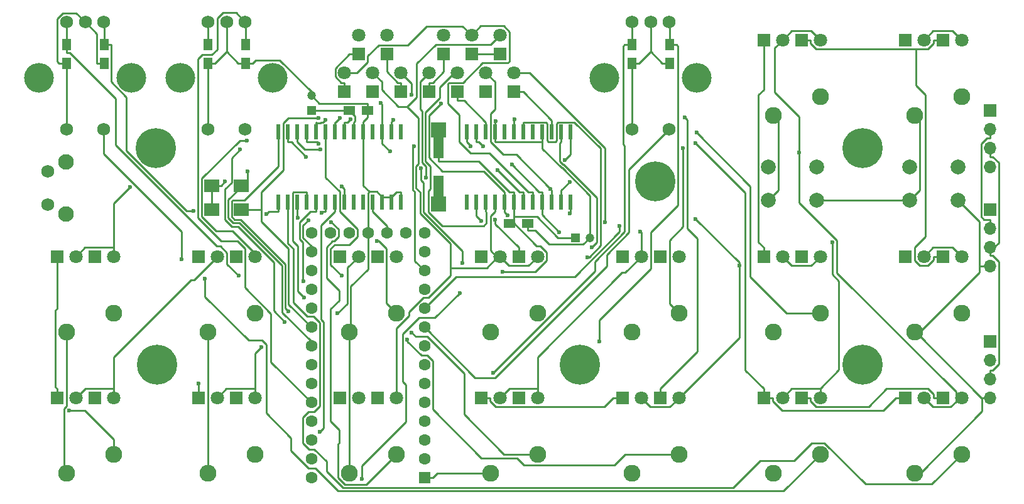
<source format=gbr>
G04 #@! TF.FileFunction,Copper,L2,Bot,Signal*
%FSLAX46Y46*%
G04 Gerber Fmt 4.6, Leading zero omitted, Abs format (unit mm)*
G04 Created by KiCad (PCBNEW 4.0.6+dfsg1-1) date Mon Mar  5 09:48:27 2018*
%MOMM*%
%LPD*%
G01*
G04 APERTURE LIST*
%ADD10C,0.100000*%
%ADD11C,1.600000*%
%ADD12R,1.600000X1.600000*%
%ADD13R,0.600000X2.000000*%
%ADD14C,2.286000*%
%ADD15R,1.200000X1.200000*%
%ADD16C,1.200000*%
%ADD17R,1.500000X1.250000*%
%ADD18R,1.250000X1.500000*%
%ADD19R,1.800000X1.800000*%
%ADD20C,1.800000*%
%ADD21R,2.000000X1.700000*%
%ADD22R,1.399540X2.999740*%
%ADD23R,1.998980X1.998980*%
%ADD24C,5.400000*%
%ADD25C,0.600000*%
%ADD26C,1.750000*%
%ADD27O,4.000000X4.000000*%
%ADD28C,2.000000*%
%ADD29C,2.100000*%
%ADD30R,1.700000X1.700000*%
%ADD31O,1.700000X1.700000*%
%ADD32C,0.250000*%
G04 APERTURE END LIST*
D10*
D11*
X132715000Y-53340000D03*
X130175000Y-53340000D03*
X127635000Y-53340000D03*
X125095000Y-53340000D03*
X135255000Y-53340000D03*
X137795000Y-53340000D03*
X140335000Y-53340000D03*
X125095000Y-55880000D03*
X125095000Y-58420000D03*
X125095000Y-60960000D03*
X125095000Y-63500000D03*
X125095000Y-66040000D03*
X125095000Y-68580000D03*
X125095000Y-71120000D03*
X125095000Y-73660000D03*
X125095000Y-76200000D03*
X125095000Y-78740000D03*
X125095000Y-81280000D03*
X125095000Y-83820000D03*
X125095000Y-86360000D03*
X140335000Y-55880000D03*
X140335000Y-58420000D03*
X140335000Y-60960000D03*
X140335000Y-63500000D03*
X140335000Y-66040000D03*
X140335000Y-68580000D03*
X140335000Y-71120000D03*
X140335000Y-73660000D03*
X140335000Y-76200000D03*
X140335000Y-78740000D03*
X140335000Y-81280000D03*
X140335000Y-83820000D03*
D12*
X140335000Y-86360000D03*
D13*
X146050000Y-39750000D03*
X147320000Y-39750000D03*
X148590000Y-39750000D03*
X149860000Y-39750000D03*
X151130000Y-39750000D03*
X152400000Y-39750000D03*
X153670000Y-39750000D03*
X154940000Y-39750000D03*
X156210000Y-39750000D03*
X157480000Y-39750000D03*
X158750000Y-39750000D03*
X160020000Y-39750000D03*
X160020000Y-49150000D03*
X158750000Y-49150000D03*
X157480000Y-49150000D03*
X156210000Y-49150000D03*
X154940000Y-49150000D03*
X153670000Y-49150000D03*
X152400000Y-49150000D03*
X151130000Y-49150000D03*
X149860000Y-49150000D03*
X148590000Y-49150000D03*
X147320000Y-49150000D03*
X146050000Y-49150000D03*
D14*
X92075000Y-85725000D03*
X98425000Y-83185000D03*
X111125000Y-85725000D03*
X117475000Y-83185000D03*
X130175000Y-85725000D03*
X136525000Y-83185000D03*
X149225000Y-85725000D03*
X155575000Y-83185000D03*
X168275000Y-85725000D03*
X174625000Y-83185000D03*
X187325000Y-85725000D03*
X193675000Y-83185000D03*
X206375000Y-85725000D03*
X212725000Y-83185000D03*
X92075000Y-66675000D03*
X98425000Y-64135000D03*
X111125000Y-66675000D03*
X117475000Y-64135000D03*
X130175000Y-66675000D03*
X136525000Y-64135000D03*
X149225000Y-66675000D03*
X155575000Y-64135000D03*
X168275000Y-66675000D03*
X174625000Y-64135000D03*
X187325000Y-66675000D03*
X193675000Y-64135000D03*
X206375000Y-66675000D03*
X212725000Y-64135000D03*
X187325000Y-37465000D03*
X193675000Y-34925000D03*
X206375000Y-37465000D03*
X212725000Y-34925000D03*
D15*
X160655000Y-53975000D03*
D16*
X162655000Y-53975000D03*
D17*
X151785000Y-52070000D03*
X154285000Y-52070000D03*
D18*
X97155000Y-27960000D03*
X97155000Y-30460000D03*
D19*
X95885000Y-75565000D03*
D20*
X98425000Y-75565000D03*
D19*
X114935000Y-75565000D03*
D20*
X117475000Y-75565000D03*
D19*
X133985000Y-75565000D03*
D20*
X136525000Y-75565000D03*
D19*
X153035000Y-75565000D03*
D20*
X155575000Y-75565000D03*
D19*
X172085000Y-75565000D03*
D20*
X174625000Y-75565000D03*
D19*
X191135000Y-75565000D03*
D20*
X193675000Y-75565000D03*
D19*
X210185000Y-75565000D03*
D20*
X212725000Y-75565000D03*
D19*
X95885000Y-56515000D03*
D20*
X98425000Y-56515000D03*
D19*
X114935000Y-56515000D03*
D20*
X117475000Y-56515000D03*
D19*
X133985000Y-56515000D03*
D20*
X136525000Y-56515000D03*
D19*
X153035000Y-56515000D03*
D20*
X155575000Y-56515000D03*
D19*
X172085000Y-56515000D03*
D20*
X174625000Y-56515000D03*
D19*
X191135000Y-56515000D03*
D20*
X193675000Y-56515000D03*
D19*
X210185000Y-56515000D03*
D20*
X212725000Y-56515000D03*
D19*
X191135000Y-27305000D03*
D20*
X193675000Y-27305000D03*
D19*
X210185000Y-27305000D03*
D20*
X212725000Y-27305000D03*
D19*
X129540000Y-34290000D03*
D20*
X129540000Y-31750000D03*
D19*
X131445000Y-29210000D03*
D20*
X131445000Y-26670000D03*
D19*
X133350000Y-34290000D03*
D20*
X133350000Y-31750000D03*
D19*
X135255000Y-29210000D03*
D20*
X135255000Y-26670000D03*
D19*
X137160000Y-34290000D03*
D20*
X137160000Y-31750000D03*
D19*
X140970000Y-34290000D03*
D20*
X140970000Y-31750000D03*
D19*
X142875000Y-29210000D03*
D20*
X142875000Y-26670000D03*
D19*
X144780000Y-34290000D03*
D20*
X144780000Y-31750000D03*
D19*
X146685000Y-29210000D03*
D20*
X146685000Y-26670000D03*
D19*
X148590000Y-34290000D03*
D20*
X148590000Y-31750000D03*
D19*
X150495000Y-29210000D03*
D20*
X150495000Y-26670000D03*
D19*
X152400000Y-34290000D03*
D20*
X152400000Y-31750000D03*
D19*
X90805000Y-75565000D03*
D20*
X93345000Y-75565000D03*
D19*
X109855000Y-75565000D03*
D20*
X112395000Y-75565000D03*
D19*
X128905000Y-75565000D03*
D20*
X131445000Y-75565000D03*
D19*
X147955000Y-75565000D03*
D20*
X150495000Y-75565000D03*
D19*
X167005000Y-75565000D03*
D20*
X169545000Y-75565000D03*
D19*
X186055000Y-75565000D03*
D20*
X188595000Y-75565000D03*
D19*
X205105000Y-75565000D03*
D20*
X207645000Y-75565000D03*
D19*
X90805000Y-56515000D03*
D20*
X93345000Y-56515000D03*
D19*
X109855000Y-56515000D03*
D20*
X112395000Y-56515000D03*
D19*
X128905000Y-56515000D03*
D20*
X131445000Y-56515000D03*
D19*
X147955000Y-56515000D03*
D20*
X150495000Y-56515000D03*
D19*
X167005000Y-56515000D03*
D20*
X169545000Y-56515000D03*
D19*
X186055000Y-56515000D03*
D20*
X188595000Y-56515000D03*
D19*
X205105000Y-56515000D03*
D20*
X207645000Y-56515000D03*
D19*
X186055000Y-27305000D03*
D20*
X188595000Y-27305000D03*
D19*
X205105000Y-27305000D03*
D20*
X207645000Y-27305000D03*
D18*
X111125000Y-27960000D03*
X111125000Y-30460000D03*
X92075000Y-27960000D03*
X92075000Y-30460000D03*
D17*
X130195000Y-36830000D03*
X132695000Y-36830000D03*
D21*
X115665000Y-50165000D03*
X111665000Y-50165000D03*
X115665000Y-46990000D03*
X111665000Y-46990000D03*
D22*
X142240000Y-47050960D03*
X142240000Y-41849040D03*
D23*
X142240000Y-49451260D03*
X142240000Y-39448740D03*
D24*
X104260000Y-71120000D03*
D25*
X106285000Y-71120000D03*
X105691891Y-72551891D03*
X104260000Y-73145000D03*
X102828109Y-72551891D03*
X102235000Y-71120000D03*
X102828109Y-69688109D03*
X104260000Y-69095000D03*
X105691891Y-69688109D03*
D24*
X161290000Y-71120000D03*
D25*
X163315000Y-71120000D03*
X162721891Y-72551891D03*
X161290000Y-73145000D03*
X159858109Y-72551891D03*
X159265000Y-71120000D03*
X159858109Y-69688109D03*
X161290000Y-69095000D03*
X162721891Y-69688109D03*
D24*
X199390000Y-71120000D03*
D25*
X201415000Y-71120000D03*
X200821891Y-72551891D03*
X199390000Y-73145000D03*
X197958109Y-72551891D03*
X197365000Y-71120000D03*
X197958109Y-69688109D03*
X199390000Y-69095000D03*
X200821891Y-69688109D03*
D24*
X199390000Y-41910000D03*
D25*
X201415000Y-41910000D03*
X200821891Y-43341891D03*
X199390000Y-43935000D03*
X197958109Y-43341891D03*
X197365000Y-41910000D03*
X197958109Y-40478109D03*
X199390000Y-39885000D03*
X200821891Y-40478109D03*
D24*
X171450000Y-46355000D03*
D25*
X173475000Y-46355000D03*
X172881891Y-47786891D03*
X171450000Y-48380000D03*
X170018109Y-47786891D03*
X169425000Y-46355000D03*
X170018109Y-44923109D03*
X171450000Y-44330000D03*
X172881891Y-44923109D03*
D18*
X173355000Y-27960000D03*
X173355000Y-30460000D03*
X168275000Y-27960000D03*
X168275000Y-30460000D03*
D24*
X104140000Y-41910000D03*
D25*
X106165000Y-41910000D03*
X105571891Y-43341891D03*
X104140000Y-43935000D03*
X102708109Y-43341891D03*
X102115000Y-41910000D03*
X102708109Y-40478109D03*
X104140000Y-39885000D03*
X105571891Y-40478109D03*
D26*
X173315000Y-24885000D03*
X168315000Y-24885000D03*
X170815000Y-24885000D03*
X168315000Y-39385000D03*
X173315000Y-39385000D03*
D27*
X164615000Y-32385000D03*
X177015000Y-32385000D03*
D18*
X116205000Y-27960000D03*
X116205000Y-30460000D03*
D15*
X125095000Y-36830000D03*
D16*
X125095000Y-34830000D03*
D28*
X186690000Y-48950000D03*
X186690000Y-44450000D03*
X193190000Y-48950000D03*
X193190000Y-44450000D03*
X205740000Y-48950000D03*
X205740000Y-44450000D03*
X212240000Y-48950000D03*
X212240000Y-44450000D03*
D29*
X92025000Y-43770000D03*
D26*
X89535000Y-45030000D03*
X89535000Y-49530000D03*
D29*
X92025000Y-50780000D03*
D26*
X116165000Y-24885000D03*
X111165000Y-24885000D03*
X113665000Y-24885000D03*
X111165000Y-39385000D03*
X116165000Y-39385000D03*
D27*
X107465000Y-32385000D03*
X119865000Y-32385000D03*
D26*
X97115000Y-24885000D03*
X92115000Y-24885000D03*
X94615000Y-24885000D03*
X92115000Y-39385000D03*
X97115000Y-39385000D03*
D27*
X88415000Y-32385000D03*
X100815000Y-32385000D03*
D13*
X120650000Y-39750000D03*
X121920000Y-39750000D03*
X123190000Y-39750000D03*
X124460000Y-39750000D03*
X125730000Y-39750000D03*
X127000000Y-39750000D03*
X128270000Y-39750000D03*
X129540000Y-39750000D03*
X130810000Y-39750000D03*
X132080000Y-39750000D03*
X133350000Y-39750000D03*
X134620000Y-39750000D03*
X135890000Y-39750000D03*
X137160000Y-39750000D03*
X137160000Y-49150000D03*
X135890000Y-49150000D03*
X134620000Y-49150000D03*
X133350000Y-49150000D03*
X132080000Y-49150000D03*
X130810000Y-49150000D03*
X129540000Y-49150000D03*
X128270000Y-49150000D03*
X127000000Y-49150000D03*
X125730000Y-49150000D03*
X124460000Y-49150000D03*
X123190000Y-49150000D03*
X121920000Y-49150000D03*
X120650000Y-49150000D03*
D30*
X216535000Y-36830000D03*
D31*
X216535000Y-39370000D03*
X216535000Y-41910000D03*
X216535000Y-44450000D03*
D30*
X216535000Y-50165000D03*
D31*
X216535000Y-52705000D03*
X216535000Y-55245000D03*
X216535000Y-57785000D03*
D30*
X216535000Y-67945000D03*
D31*
X216535000Y-70485000D03*
X216535000Y-73025000D03*
X216535000Y-75565000D03*
D25*
X149893000Y-38236000D03*
X150199300Y-44854700D03*
X150873300Y-58613600D03*
X145090100Y-61432200D03*
X131863200Y-86487400D03*
X113472300Y-46436300D03*
X109866200Y-73701200D03*
X176856800Y-41236200D03*
X148211700Y-41683600D03*
X175404000Y-37761200D03*
X152501500Y-38052300D03*
X162290700Y-56612700D03*
X149882400Y-51599100D03*
X162912000Y-55289700D03*
X159879600Y-46481500D03*
X190796400Y-42532900D03*
X157338800Y-47424000D03*
X128623400Y-64174700D03*
X118385200Y-68724400D03*
X158513500Y-53222500D03*
X195288000Y-54624500D03*
X152098500Y-44140000D03*
X140509600Y-45863700D03*
X116429600Y-40857600D03*
X142542400Y-35893600D03*
X138609000Y-34752100D03*
X182751600Y-57763300D03*
X176838500Y-51436100D03*
X151554800Y-50937400D03*
X100657800Y-47140100D03*
X169408400Y-53143400D03*
X164655400Y-51876800D03*
X147974300Y-51746500D03*
X163885500Y-67966800D03*
X149595600Y-72223900D03*
X109214100Y-50360300D03*
X124714000Y-51610800D03*
X115283400Y-59133100D03*
X146583400Y-41683600D03*
X138915800Y-41683600D03*
X159260700Y-43484800D03*
X159940500Y-50677000D03*
X129216200Y-47050900D03*
X92404100Y-77276700D03*
X126219600Y-80154600D03*
X126468600Y-50629200D03*
X127790200Y-51866300D03*
X124007000Y-59874000D03*
X138600800Y-66765900D03*
X124109000Y-62054200D03*
X138030300Y-67727300D03*
X123220800Y-51335500D03*
X110772400Y-59543100D03*
X119049700Y-50793500D03*
X122030800Y-63950800D03*
X124394800Y-43071300D03*
X133933500Y-54417500D03*
X126346900Y-42114700D03*
X139854100Y-44580300D03*
X145485100Y-57437000D03*
X126078300Y-41285200D03*
X175155800Y-41900700D03*
X127000100Y-38100800D03*
X176984000Y-39811400D03*
X129170100Y-59117600D03*
X128911700Y-37874800D03*
X130340000Y-37993400D03*
X166632900Y-52396500D03*
X136151300Y-38092300D03*
X126072100Y-37867100D03*
X135704400Y-42365300D03*
X134443800Y-35795600D03*
X116467100Y-45037800D03*
X115505100Y-42097800D03*
X121515900Y-65324300D03*
X107593300Y-56858800D03*
D32*
X132080000Y-38395300D02*
X132080000Y-39750000D01*
X132695000Y-37780300D02*
X132080000Y-38395300D01*
X132695000Y-36830000D02*
X132695000Y-37780300D01*
X156210000Y-39750000D02*
X156210000Y-41075300D01*
X149860000Y-39750000D02*
X149860000Y-41075300D01*
X132695000Y-36830000D02*
X132695000Y-35879700D01*
X173355000Y-30460000D02*
X172404700Y-30460000D01*
X170815000Y-28870300D02*
X172404700Y-30460000D01*
X170815000Y-24885000D02*
X170815000Y-28870300D01*
X169225300Y-30460000D02*
X168275000Y-30460000D01*
X170815000Y-28870300D02*
X169225300Y-30460000D01*
X137160000Y-49150000D02*
X137160000Y-47824700D01*
X207076200Y-38166200D02*
X206375000Y-37465000D01*
X207076200Y-47613800D02*
X207076200Y-38166200D01*
X205740000Y-48950000D02*
X207076200Y-47613800D01*
X188026200Y-38166200D02*
X187325000Y-37465000D01*
X188026200Y-47613800D02*
X188026200Y-38166200D01*
X186690000Y-48950000D02*
X188026200Y-47613800D01*
X111165000Y-31575300D02*
X111125000Y-31535300D01*
X111165000Y-39385000D02*
X111165000Y-31575300D01*
X111125000Y-30460000D02*
X111125000Y-31535300D01*
X116205000Y-30460000D02*
X115254700Y-30460000D01*
X168275000Y-39345000D02*
X168275000Y-30460000D01*
X168315000Y-39385000D02*
X168275000Y-39345000D01*
X193190000Y-48950000D02*
X205740000Y-48950000D01*
X215472400Y-77394500D02*
X215472400Y-75565000D01*
X207141900Y-85725000D02*
X215472400Y-77394500D01*
X206375000Y-85725000D02*
X207141900Y-85725000D01*
X216535000Y-75565000D02*
X215472400Y-75565000D01*
X215472400Y-75565000D02*
X215359700Y-75565000D01*
X142095300Y-85725000D02*
X141460300Y-86360000D01*
X149225000Y-85725000D02*
X142095300Y-85725000D01*
X140335000Y-86360000D02*
X141460300Y-86360000D01*
X111125000Y-85725000D02*
X111125000Y-66675000D01*
X149860000Y-38269000D02*
X149893000Y-38236000D01*
X149860000Y-39750000D02*
X149860000Y-38269000D01*
X206469700Y-66675000D02*
X206792400Y-66997700D01*
X206375000Y-66675000D02*
X206469700Y-66675000D01*
X206792400Y-66997700D02*
X215359700Y-75565000D01*
X216535000Y-57785000D02*
X215359700Y-57785000D01*
X215359700Y-57785000D02*
X215083400Y-57785000D01*
X215083400Y-51793400D02*
X215083400Y-57785000D01*
X212240000Y-48950000D02*
X215083400Y-51793400D01*
X215083400Y-58706700D02*
X206792400Y-66997700D01*
X215083400Y-57785000D02*
X215083400Y-58706700D01*
X113665000Y-28870300D02*
X115254700Y-30460000D01*
X113665000Y-24885000D02*
X113665000Y-28870300D01*
X112075300Y-30460000D02*
X111125000Y-30460000D01*
X113665000Y-28870300D02*
X112075300Y-30460000D01*
X92075000Y-30460000D02*
X91124700Y-30460000D01*
X93399900Y-23669900D02*
X94615000Y-24885000D01*
X91629900Y-23669900D02*
X93399900Y-23669900D01*
X90870400Y-24429400D02*
X91629900Y-23669900D01*
X90870400Y-30205700D02*
X90870400Y-24429400D01*
X91124700Y-30460000D02*
X90870400Y-30205700D01*
X96204700Y-26474700D02*
X94615000Y-24885000D01*
X96204700Y-30460000D02*
X96204700Y-26474700D01*
X97155000Y-30460000D02*
X96204700Y-30460000D01*
X116205000Y-30460000D02*
X117155300Y-30460000D01*
X126144700Y-35879700D02*
X125095000Y-34830000D01*
X132695000Y-35879700D02*
X126144700Y-35879700D01*
X117579000Y-30036300D02*
X117155300Y-30460000D01*
X120804900Y-30036300D02*
X117579000Y-30036300D01*
X125095000Y-34326400D02*
X120804900Y-30036300D01*
X125095000Y-34830000D02*
X125095000Y-34326400D01*
X130175000Y-85725000D02*
X130175000Y-66675000D01*
X134620000Y-48487300D02*
X135890000Y-48487300D01*
X134620000Y-49150000D02*
X134620000Y-48487300D01*
X136552600Y-47824700D02*
X135890000Y-48487300D01*
X137160000Y-47824700D02*
X136552600Y-47824700D01*
X135890000Y-48487300D02*
X135890000Y-49150000D01*
X149860000Y-41075300D02*
X156210000Y-41075300D01*
X161729600Y-54900400D02*
X162655000Y-53975000D01*
X157115400Y-54900400D02*
X161729600Y-54900400D01*
X155235300Y-53020300D02*
X157115400Y-54900400D01*
X154285000Y-53020300D02*
X155235300Y-53020300D01*
X154285000Y-52070000D02*
X154285000Y-53020300D01*
X162655000Y-48304500D02*
X162655000Y-53975000D01*
X158910900Y-44560400D02*
X162655000Y-48304500D01*
X158815100Y-44560400D02*
X158910900Y-44560400D01*
X156210000Y-41955300D02*
X158815100Y-44560400D01*
X156210000Y-41075300D02*
X156210000Y-41955300D01*
X92115000Y-31575300D02*
X92075000Y-31535300D01*
X92115000Y-39385000D02*
X92115000Y-31575300D01*
X92075000Y-30460000D02*
X92075000Y-31535300D01*
X91778800Y-85428800D02*
X92075000Y-85725000D01*
X91778800Y-77017700D02*
X91778800Y-85428800D01*
X92075000Y-76721500D02*
X91778800Y-77017700D01*
X92075000Y-66675000D02*
X92075000Y-76721500D01*
X132715000Y-58230900D02*
X132715000Y-53340000D01*
X130377800Y-60568100D02*
X132715000Y-58230900D01*
X130377800Y-66472200D02*
X130377800Y-60568100D01*
X130175000Y-66675000D02*
X130377800Y-66472200D01*
X132080000Y-46980000D02*
X132080000Y-39750000D01*
X132878500Y-47778500D02*
X132080000Y-46980000D01*
X132715000Y-47942000D02*
X132878500Y-47778500D01*
X132715000Y-53340000D02*
X132715000Y-47942000D01*
X133911200Y-47778500D02*
X134620000Y-48487300D01*
X132878500Y-47778500D02*
X133911200Y-47778500D01*
X142240000Y-47051000D02*
X142240000Y-48876200D01*
X142240000Y-49451300D02*
X142240000Y-48876200D01*
X153169300Y-47824700D02*
X150199300Y-44854700D01*
X153670000Y-47824700D02*
X153169300Y-47824700D01*
X153670000Y-49150000D02*
X153670000Y-47824700D01*
X131863200Y-84776900D02*
X131863200Y-86487400D01*
X137796000Y-78844100D02*
X131863200Y-84776900D01*
X137796000Y-73835000D02*
X137796000Y-78844100D01*
X137404900Y-73443900D02*
X137796000Y-73835000D01*
X137404900Y-66998300D02*
X137404900Y-73443900D01*
X139633200Y-64770000D02*
X137404900Y-66998300D01*
X141752300Y-64770000D02*
X139633200Y-64770000D01*
X145090100Y-61432200D02*
X141752300Y-64770000D01*
X152400000Y-49150000D02*
X152400000Y-47824700D01*
X155233700Y-58613600D02*
X150873300Y-58613600D01*
X156806900Y-57040400D02*
X155233700Y-58613600D01*
X156806900Y-55973300D02*
X156806900Y-57040400D01*
X155930200Y-55096600D02*
X156806900Y-55973300D01*
X155449300Y-55096600D02*
X155930200Y-55096600D01*
X152103900Y-51751100D02*
X155449300Y-55096600D01*
X151785000Y-52070000D02*
X152103900Y-51751100D01*
X155497800Y-51119600D02*
X152400000Y-51119600D01*
X158353200Y-53975000D02*
X155497800Y-51119600D01*
X160655000Y-53975000D02*
X158353200Y-53975000D01*
X152400000Y-51455000D02*
X152400000Y-51119600D01*
X152103900Y-51751100D02*
X152400000Y-51455000D01*
X152400000Y-51119600D02*
X152400000Y-49150000D01*
X142240000Y-39448700D02*
X142240000Y-41849000D01*
X151780100Y-47824700D02*
X152400000Y-47824700D01*
X147629600Y-43674200D02*
X151780100Y-47824700D01*
X142240000Y-43674200D02*
X147629600Y-43674200D01*
X142240000Y-41849000D02*
X142240000Y-43674200D01*
X111665000Y-46990000D02*
X111665000Y-50165000D01*
X216902400Y-56420300D02*
X216535000Y-56420300D01*
X217710300Y-57228200D02*
X216902400Y-56420300D01*
X217710300Y-71041700D02*
X217710300Y-57228200D01*
X216902300Y-71849700D02*
X217710300Y-71041700D01*
X216535000Y-71849700D02*
X216902300Y-71849700D01*
X216535000Y-73025000D02*
X216535000Y-71849700D01*
X216535000Y-55245000D02*
X216535000Y-55832600D01*
X216535000Y-55832600D02*
X216535000Y-56420300D01*
X216902400Y-43085300D02*
X216535000Y-43085300D01*
X217710300Y-43893200D02*
X216902400Y-43085300D01*
X217710300Y-54657300D02*
X217710300Y-43893200D01*
X216535000Y-55832600D02*
X217710300Y-54657300D01*
X216535000Y-41910000D02*
X216535000Y-43085300D01*
X133350000Y-49150000D02*
X133350000Y-50475300D01*
X135255000Y-52380300D02*
X135255000Y-53340000D01*
X133350000Y-50475300D02*
X135255000Y-52380300D01*
X112990300Y-46918300D02*
X112990300Y-46990000D01*
X113472300Y-46436300D02*
X112990300Y-46918300D01*
X111665000Y-46990000D02*
X112990300Y-46990000D01*
X125095000Y-36830000D02*
X130195000Y-36830000D01*
X130969100Y-38265600D02*
X130810000Y-38424700D01*
X130969100Y-37604100D02*
X130969100Y-38265600D01*
X130195000Y-36830000D02*
X130969100Y-37604100D01*
X130810000Y-39750000D02*
X130810000Y-38424700D01*
X90805000Y-75565000D02*
X90805000Y-74339700D01*
X205105000Y-75565000D02*
X203879700Y-75565000D01*
X109855000Y-75565000D02*
X109855000Y-74339700D01*
X109866200Y-74328500D02*
X109866200Y-73701200D01*
X109855000Y-74339700D02*
X109866200Y-74328500D01*
X90805000Y-63568300D02*
X90805000Y-57740300D01*
X90602500Y-63770800D02*
X90805000Y-63568300D01*
X90602500Y-74137200D02*
X90602500Y-63770800D01*
X90805000Y-74339700D02*
X90602500Y-74137200D01*
X90805000Y-56515000D02*
X90805000Y-57740300D01*
X164554400Y-76790300D02*
X165779700Y-75565000D01*
X149946100Y-76790300D02*
X164554400Y-76790300D01*
X149180300Y-76024500D02*
X149946100Y-76790300D01*
X149180300Y-75565000D02*
X149180300Y-76024500D01*
X147955000Y-75565000D02*
X149180300Y-75565000D01*
X167005000Y-75565000D02*
X165779700Y-75565000D01*
X186068500Y-75565000D02*
X187280300Y-75565000D01*
X186068500Y-75565000D02*
X186055000Y-75565000D01*
X147320000Y-39750000D02*
X147320000Y-41075300D01*
X186055000Y-75565000D02*
X186055000Y-74339700D01*
X147603400Y-41075300D02*
X148211700Y-41683600D01*
X147320000Y-41075300D02*
X147603400Y-41075300D01*
X183580200Y-47959600D02*
X176856800Y-41236200D01*
X183580200Y-71864900D02*
X183580200Y-47959600D01*
X186055000Y-74339700D02*
X183580200Y-71864900D01*
X202170400Y-77274300D02*
X203879700Y-75565000D01*
X188530000Y-77274300D02*
X202170400Y-77274300D01*
X187280300Y-76024600D02*
X188530000Y-77274300D01*
X187280300Y-75565000D02*
X187280300Y-76024600D01*
X145680600Y-35515300D02*
X148590000Y-38424700D01*
X144780000Y-35515300D02*
X145680600Y-35515300D01*
X144780000Y-34290000D02*
X144780000Y-35515300D01*
X148590000Y-39750000D02*
X148590000Y-38424700D01*
X129080400Y-33064700D02*
X129540000Y-33064700D01*
X128314700Y-32299000D02*
X129080400Y-33064700D01*
X128314700Y-31115000D02*
X128314700Y-32299000D01*
X130219700Y-29210000D02*
X128314700Y-31115000D01*
X131445000Y-29210000D02*
X130219700Y-29210000D01*
X129540000Y-34290000D02*
X129540000Y-33064700D01*
X135255000Y-31619200D02*
X135255000Y-29210000D01*
X136700500Y-33064700D02*
X135255000Y-31619200D01*
X137160000Y-33064700D02*
X136700500Y-33064700D01*
X137160000Y-34290000D02*
X137160000Y-33064700D01*
X142875000Y-31619200D02*
X142875000Y-29210000D01*
X141429500Y-33064700D02*
X142875000Y-31619200D01*
X140970000Y-33064700D02*
X141429500Y-33064700D01*
X140970000Y-34290000D02*
X140970000Y-33064700D01*
X172085000Y-75565000D02*
X172085000Y-74339700D01*
X152400000Y-38153800D02*
X152501500Y-38052300D01*
X152400000Y-39750000D02*
X152400000Y-38153800D01*
X208959700Y-75105400D02*
X208959700Y-75565000D01*
X208194000Y-74339700D02*
X208959700Y-75105400D01*
X202633300Y-74339700D02*
X208194000Y-74339700D01*
X200182700Y-76790300D02*
X202633300Y-74339700D01*
X193126000Y-76790300D02*
X200182700Y-76790300D01*
X192360300Y-76024600D02*
X193126000Y-76790300D01*
X192360300Y-75565000D02*
X192360300Y-76024600D01*
X191135000Y-75565000D02*
X192360300Y-75565000D01*
X210185000Y-75565000D02*
X208959700Y-75565000D01*
X175781100Y-38138300D02*
X175404000Y-37761200D01*
X175781100Y-52779700D02*
X175781100Y-38138300D01*
X177082600Y-54081200D02*
X175781100Y-52779700D01*
X177082600Y-69342100D02*
X177082600Y-54081200D01*
X172085000Y-74339700D02*
X177082600Y-69342100D01*
X153670000Y-39750000D02*
X153670000Y-38424700D01*
X162505400Y-56612700D02*
X162290700Y-56612700D01*
X164065200Y-55052900D02*
X162505400Y-56612700D01*
X164065200Y-52170900D02*
X164065200Y-55052900D01*
X164030100Y-52135800D02*
X164065200Y-52170900D01*
X164030100Y-41934100D02*
X164030100Y-52135800D01*
X160520600Y-38424600D02*
X164030100Y-41934100D01*
X158315300Y-38424600D02*
X160520600Y-38424600D01*
X158124600Y-38615300D02*
X158315300Y-38424600D01*
X158124600Y-40905100D02*
X158124600Y-38615300D01*
X157954300Y-41075400D02*
X158124600Y-40905100D01*
X157045300Y-41075400D02*
X157954300Y-41075400D01*
X156854600Y-40884700D02*
X157045300Y-41075400D01*
X156854600Y-38578300D02*
X156854600Y-40884700D01*
X156701000Y-38424700D02*
X156854600Y-38578300D01*
X153670000Y-38424700D02*
X156701000Y-38424700D01*
X210185000Y-27305000D02*
X208959700Y-27305000D01*
X191135000Y-27305000D02*
X192360300Y-27305000D01*
X210185000Y-56515000D02*
X208959700Y-56515000D01*
X208959700Y-56974600D02*
X208959700Y-56515000D01*
X208194000Y-57740300D02*
X208959700Y-56974600D01*
X207093800Y-57740300D02*
X208194000Y-57740300D01*
X206387300Y-57033800D02*
X207093800Y-57740300D01*
X206387300Y-55316800D02*
X206387300Y-57033800D01*
X207863600Y-53840500D02*
X206387300Y-55316800D01*
X207863600Y-34741000D02*
X207863600Y-53840500D01*
X206589900Y-33467300D02*
X207863600Y-34741000D01*
X206589900Y-28530300D02*
X206589900Y-33467300D01*
X208193900Y-28530300D02*
X206589900Y-28530300D01*
X208959700Y-27764500D02*
X208193900Y-28530300D01*
X208959700Y-27305000D02*
X208959700Y-27764500D01*
X192360300Y-27764600D02*
X192360300Y-27305000D01*
X193126000Y-28530300D02*
X192360300Y-27764600D01*
X206589900Y-28530300D02*
X193126000Y-28530300D01*
X149882400Y-52137100D02*
X149882400Y-51599100D01*
X153035000Y-55289700D02*
X149882400Y-52137100D01*
X153035000Y-56515000D02*
X153035000Y-55289700D01*
X157480000Y-38144700D02*
X157480000Y-39750000D01*
X153625300Y-34290000D02*
X157480000Y-38144700D01*
X152400000Y-34290000D02*
X153625300Y-34290000D01*
X150495000Y-29210000D02*
X146685000Y-29210000D01*
X185341700Y-54576400D02*
X186055000Y-55289700D01*
X185341700Y-34733300D02*
X185341700Y-54576400D01*
X186055000Y-34020000D02*
X185341700Y-34733300D01*
X186055000Y-27305000D02*
X186055000Y-34020000D01*
X186055000Y-56515000D02*
X186055000Y-55289700D01*
X158750000Y-39750000D02*
X158750000Y-41075300D01*
X163580400Y-54621300D02*
X162912000Y-55289700D01*
X163580400Y-52323000D02*
X163580400Y-54621300D01*
X163579800Y-52322400D02*
X163580400Y-52323000D01*
X163579800Y-48582400D02*
X163579800Y-52322400D01*
X159107500Y-44110100D02*
X163579800Y-48582400D01*
X159001700Y-44110100D02*
X159107500Y-44110100D01*
X158575000Y-43683400D02*
X159001700Y-44110100D01*
X158575000Y-41250300D02*
X158575000Y-43683400D01*
X158750000Y-41075300D02*
X158575000Y-41250300D01*
X158750000Y-47611100D02*
X159879600Y-46481500D01*
X158750000Y-49150000D02*
X158750000Y-47611100D01*
X187514600Y-28385400D02*
X188595000Y-27305000D01*
X187514600Y-34381900D02*
X187514600Y-28385400D01*
X190796400Y-37663700D02*
X187514600Y-34381900D01*
X190796400Y-42532900D02*
X190796400Y-37663700D01*
X192449600Y-26079600D02*
X193675000Y-27305000D01*
X189820400Y-26079600D02*
X192449600Y-26079600D01*
X188595000Y-27305000D02*
X189820400Y-26079600D01*
X212725000Y-75565000D02*
X211955100Y-75565000D01*
X211955100Y-74795100D02*
X211955100Y-75565000D01*
X195913300Y-58753300D02*
X211955100Y-74795100D01*
X195913300Y-54365400D02*
X195913300Y-58753300D01*
X190796400Y-49248500D02*
X195913300Y-54365400D01*
X190796400Y-42532900D02*
X190796400Y-49248500D01*
X208870400Y-76790400D02*
X207645000Y-75565000D01*
X211245900Y-76790400D02*
X208870400Y-76790400D01*
X211955100Y-76081200D02*
X211245900Y-76790400D01*
X211955100Y-75565000D02*
X211955100Y-76081200D01*
X157480000Y-47565200D02*
X157480000Y-49150000D01*
X157338800Y-47424000D02*
X157480000Y-47565200D01*
X152702200Y-42787400D02*
X157338800Y-47424000D01*
X150928200Y-42787400D02*
X152702200Y-42787400D01*
X149234600Y-41093800D02*
X150928200Y-42787400D01*
X149234600Y-37262600D02*
X149234600Y-41093800D01*
X149815400Y-36681800D02*
X149234600Y-37262600D01*
X149815400Y-32975400D02*
X149815400Y-36681800D01*
X148590000Y-31750000D02*
X149815400Y-32975400D01*
X129927400Y-62870700D02*
X128623400Y-64174700D01*
X129927400Y-58032600D02*
X129927400Y-62870700D01*
X131445000Y-56515000D02*
X129927400Y-58032600D01*
X117475000Y-69634600D02*
X117475000Y-74339600D01*
X118385200Y-68724400D02*
X117475000Y-69634600D01*
X113620400Y-74339600D02*
X117475000Y-74339600D01*
X112395000Y-75565000D02*
X113620400Y-74339600D01*
X117475000Y-74339600D02*
X117475000Y-75565000D01*
X208875700Y-55284300D02*
X207645000Y-56515000D01*
X211494300Y-55284300D02*
X208875700Y-55284300D01*
X212725000Y-56515000D02*
X211494300Y-55284300D01*
X189848400Y-74311600D02*
X188595000Y-75565000D01*
X193675000Y-74311600D02*
X189848400Y-74311600D01*
X196162700Y-71823900D02*
X193675000Y-74311600D01*
X196162700Y-59828300D02*
X196162700Y-71823900D01*
X195288000Y-58953600D02*
X196162700Y-59828300D01*
X195288000Y-54624500D02*
X195288000Y-58953600D01*
X193675000Y-74311600D02*
X193675000Y-75565000D01*
X156210000Y-50919000D02*
X156210000Y-49150000D01*
X158513500Y-53222500D02*
X156210000Y-50919000D01*
X155783200Y-47824700D02*
X152098500Y-44140000D01*
X156210000Y-47824700D02*
X155783200Y-47824700D01*
X156210000Y-49150000D02*
X156210000Y-47824700D01*
X139744600Y-32975400D02*
X140970000Y-31750000D01*
X139744600Y-36628300D02*
X139744600Y-32975400D01*
X140014500Y-36898200D02*
X139744600Y-36628300D01*
X140014500Y-43856300D02*
X140014500Y-36898200D01*
X140509600Y-44351400D02*
X140014500Y-43856300D01*
X140509600Y-45863700D02*
X140509600Y-44351400D01*
X94609600Y-74300400D02*
X93345000Y-75565000D01*
X98425000Y-74300400D02*
X94609600Y-74300400D01*
X98425000Y-70090400D02*
X98425000Y-74300400D01*
X108866500Y-59648900D02*
X98425000Y-70090400D01*
X109261100Y-59648900D02*
X108866500Y-59648900D01*
X112395000Y-56515000D02*
X109261100Y-59648900D01*
X98425000Y-74300400D02*
X98425000Y-75565000D01*
X115485100Y-40857600D02*
X116429600Y-40857600D01*
X110333900Y-46008800D02*
X115485100Y-40857600D01*
X110333900Y-51179400D02*
X110333900Y-46008800D01*
X112282000Y-53127500D02*
X110333900Y-51179400D01*
X114470900Y-53127500D02*
X112282000Y-53127500D01*
X117475000Y-56131600D02*
X114470900Y-53127500D01*
X117475000Y-56515000D02*
X117475000Y-56131600D01*
X145459600Y-25444600D02*
X146685000Y-26670000D01*
X140650300Y-25444600D02*
X145459600Y-25444600D01*
X138110300Y-27984600D02*
X140650300Y-25444600D01*
X134180900Y-27984600D02*
X138110300Y-27984600D01*
X132670400Y-29495100D02*
X134180900Y-27984600D01*
X132670400Y-30286500D02*
X132670400Y-29495100D01*
X131206900Y-31750000D02*
X132670400Y-30286500D01*
X129540000Y-31750000D02*
X131206900Y-31750000D01*
X154940000Y-49150000D02*
X154940000Y-47824700D01*
X154327700Y-47824700D02*
X154940000Y-47824700D01*
X149101200Y-42598200D02*
X154327700Y-47824700D01*
X146553300Y-42598200D02*
X149101200Y-42598200D01*
X144981200Y-41026100D02*
X146553300Y-42598200D01*
X144981200Y-37382000D02*
X144981200Y-41026100D01*
X143500300Y-35901100D02*
X144981200Y-37382000D01*
X143500300Y-33212900D02*
X143500300Y-35901100D01*
X143648600Y-33064600D02*
X143500300Y-33212900D01*
X145491500Y-33064600D02*
X143648600Y-33064600D01*
X148120700Y-30435400D02*
X145491500Y-33064600D01*
X151545500Y-30435400D02*
X148120700Y-30435400D01*
X151763600Y-30217300D02*
X151545500Y-30435400D01*
X151763600Y-26205600D02*
X151763600Y-30217300D01*
X150995900Y-25437900D02*
X151763600Y-26205600D01*
X147917100Y-25437900D02*
X150995900Y-25437900D01*
X146685000Y-26670000D02*
X147917100Y-25437900D01*
X192449600Y-57740400D02*
X193675000Y-56515000D01*
X189820400Y-57740400D02*
X192449600Y-57740400D01*
X188595000Y-56515000D02*
X189820400Y-57740400D01*
X173395200Y-76794800D02*
X174625000Y-75565000D01*
X170774800Y-76794800D02*
X173395200Y-76794800D01*
X169545000Y-75565000D02*
X170774800Y-76794800D01*
X138609000Y-33199000D02*
X137160000Y-31750000D01*
X138609000Y-34752100D02*
X138609000Y-33199000D01*
X151130000Y-49150000D02*
X151130000Y-47824700D01*
X148337200Y-45031900D02*
X151130000Y-47824700D01*
X142741000Y-45031900D02*
X148337200Y-45031900D01*
X140915200Y-43206100D02*
X142741000Y-45031900D01*
X140915200Y-37520800D02*
X140915200Y-43206100D01*
X142542400Y-35893600D02*
X140915200Y-37520800D01*
X151130000Y-50512600D02*
X151130000Y-49150000D01*
X151554800Y-50937400D02*
X151130000Y-50512600D01*
X182751600Y-67438400D02*
X182751600Y-57763300D01*
X174625000Y-75565000D02*
X182751600Y-67438400D01*
X182751600Y-57349200D02*
X176838500Y-51436100D01*
X182751600Y-57763300D02*
X182751600Y-57349200D01*
X151720400Y-57740400D02*
X150495000Y-56515000D01*
X154349600Y-57740400D02*
X151720400Y-57740400D01*
X155575000Y-56515000D02*
X154349600Y-57740400D01*
X136837600Y-36280200D02*
X137965300Y-36280200D01*
X134575400Y-34018000D02*
X136837600Y-36280200D01*
X134575400Y-32975400D02*
X134575400Y-34018000D01*
X133350000Y-31750000D02*
X134575400Y-32975400D01*
X149262600Y-27902400D02*
X150495000Y-26670000D01*
X141849700Y-27902400D02*
X149262600Y-27902400D01*
X139234300Y-30517800D02*
X141849700Y-27902400D01*
X139234300Y-35011200D02*
X139234300Y-30517800D01*
X137965300Y-36280200D02*
X139234300Y-35011200D01*
X150042900Y-56515000D02*
X150495000Y-56515000D01*
X150042900Y-56741000D02*
X150042900Y-56515000D01*
X148721600Y-58062300D02*
X150042900Y-56741000D01*
X143828200Y-58062300D02*
X148721600Y-58062300D01*
X143828200Y-54781900D02*
X143828200Y-58062300D01*
X139740200Y-50693900D02*
X143828200Y-54781900D01*
X139740200Y-47860100D02*
X139740200Y-50693900D01*
X139206000Y-47325900D02*
X139740200Y-47860100D01*
X139206000Y-44344100D02*
X139206000Y-47325900D01*
X139541200Y-44008900D02*
X139206000Y-44344100D01*
X139541200Y-37856100D02*
X139541200Y-44008900D01*
X137965300Y-36280200D02*
X139541200Y-37856100D01*
X136525000Y-66211700D02*
X136525000Y-75565000D01*
X138208700Y-64528000D02*
X136525000Y-66211700D01*
X138208700Y-64032000D02*
X138208700Y-64528000D01*
X140155300Y-62085400D02*
X138208700Y-64032000D01*
X140874200Y-62085400D02*
X140155300Y-62085400D01*
X143828200Y-59131400D02*
X140874200Y-62085400D01*
X143828200Y-58062300D02*
X143828200Y-59131400D01*
X149257100Y-55729200D02*
X150042900Y-56515000D01*
X149257100Y-51078200D02*
X149257100Y-55729200D01*
X149860000Y-50475300D02*
X149257100Y-51078200D01*
X149860000Y-49150000D02*
X149860000Y-50475300D01*
X211499600Y-26079600D02*
X212725000Y-27305000D01*
X208870400Y-26079600D02*
X211499600Y-26079600D01*
X207645000Y-27305000D02*
X208870400Y-26079600D01*
X148590000Y-49150000D02*
X148590000Y-50475300D01*
X98425000Y-49372900D02*
X100657800Y-47140100D01*
X98425000Y-55289600D02*
X98425000Y-49372900D01*
X94570400Y-55289600D02*
X98425000Y-55289600D01*
X93345000Y-56515000D02*
X94570400Y-55289600D01*
X98425000Y-55289600D02*
X98425000Y-56515000D01*
X144326300Y-31750000D02*
X144780000Y-31750000D01*
X142421300Y-33655000D02*
X144326300Y-31750000D01*
X142421300Y-35130400D02*
X142421300Y-33655000D01*
X140464900Y-37086800D02*
X142421300Y-35130400D01*
X140464900Y-43669800D02*
X140464900Y-37086800D01*
X141166700Y-44371600D02*
X140464900Y-43669800D01*
X141166700Y-47399200D02*
X141166700Y-44371600D01*
X140892100Y-47673800D02*
X141166700Y-47399200D01*
X140892100Y-50562900D02*
X140892100Y-47673800D01*
X142725100Y-52395900D02*
X140892100Y-50562900D01*
X148294600Y-52395900D02*
X142725100Y-52395900D01*
X148674300Y-52016200D02*
X148294600Y-52395900D01*
X148674300Y-50559600D02*
X148674300Y-52016200D01*
X148590000Y-50475300D02*
X148674300Y-50559600D01*
X151765300Y-74294700D02*
X150495000Y-75565000D01*
X155575000Y-74294700D02*
X151765300Y-74294700D01*
X155575000Y-75565000D02*
X155575000Y-74294700D01*
X167412100Y-58647900D02*
X169545000Y-56515000D01*
X166988500Y-58647900D02*
X167412100Y-58647900D01*
X155575000Y-70061400D02*
X166988500Y-58647900D01*
X155575000Y-74294700D02*
X155575000Y-70061400D01*
X169545000Y-53280000D02*
X169408400Y-53143400D01*
X169545000Y-56515000D02*
X169545000Y-53280000D01*
X164655400Y-41922400D02*
X164655400Y-51876800D01*
X154483000Y-31750000D02*
X164655400Y-41922400D01*
X152400000Y-31750000D02*
X154483000Y-31750000D01*
X147320000Y-51092200D02*
X147320000Y-49150000D01*
X147974300Y-51746500D02*
X147320000Y-51092200D01*
X173355000Y-24925000D02*
X173355000Y-27960000D01*
X173315000Y-24885000D02*
X173355000Y-24925000D01*
X173355000Y-27960000D02*
X174305300Y-27960000D01*
X163885500Y-65108100D02*
X163885500Y-67966800D01*
X170859600Y-58134000D02*
X163885500Y-65108100D01*
X170859600Y-53243100D02*
X170859600Y-58134000D01*
X174515400Y-49587300D02*
X170859600Y-53243100D01*
X174515400Y-28170100D02*
X174515400Y-49587300D01*
X174305300Y-27960000D02*
X174515400Y-28170100D01*
X168275000Y-24925000D02*
X168275000Y-27960000D01*
X168315000Y-24885000D02*
X168275000Y-24925000D01*
X168275000Y-27960000D02*
X167324700Y-27960000D01*
X163273600Y-58545900D02*
X149595600Y-72223900D01*
X163273600Y-57200700D02*
X163273600Y-58545900D01*
X167275300Y-53199000D02*
X163273600Y-57200700D01*
X167275300Y-41600800D02*
X167275300Y-53199000D01*
X167114600Y-41440100D02*
X167275300Y-41600800D01*
X167114600Y-28170100D02*
X167114600Y-41440100D01*
X167324700Y-27960000D02*
X167114600Y-28170100D01*
X116205000Y-24925000D02*
X116165000Y-24885000D01*
X116205000Y-27960000D02*
X116205000Y-24925000D01*
X114942500Y-23662500D02*
X116165000Y-24885000D01*
X113145800Y-23662500D02*
X114942500Y-23662500D01*
X112415000Y-24393300D02*
X113145800Y-23662500D01*
X112415000Y-28575300D02*
X112415000Y-24393300D01*
X111692800Y-29297500D02*
X112415000Y-28575300D01*
X110396600Y-29297500D02*
X111692800Y-29297500D01*
X109839400Y-29854700D02*
X110396600Y-29297500D01*
X109839400Y-51341100D02*
X109839400Y-29854700D01*
X112921100Y-54422800D02*
X109839400Y-51341100D01*
X115129300Y-54422800D02*
X112921100Y-54422800D01*
X116160400Y-55453900D02*
X115129300Y-54422800D01*
X116160400Y-60743600D02*
X116160400Y-55453900D01*
X119649000Y-64232200D02*
X116160400Y-60743600D01*
X119649000Y-70754000D02*
X119649000Y-64232200D01*
X125095000Y-76200000D02*
X119649000Y-70754000D01*
X125095000Y-55140400D02*
X125095000Y-55880000D01*
X123961300Y-54006700D02*
X125095000Y-55140400D01*
X123961300Y-52363500D02*
X123961300Y-54006700D01*
X124714000Y-51610800D02*
X123961300Y-52363500D01*
X97155000Y-24925000D02*
X97155000Y-27960000D01*
X97115000Y-24885000D02*
X97155000Y-24925000D01*
X108253900Y-50360300D02*
X109214100Y-50360300D01*
X100180100Y-42286500D02*
X108253900Y-50360300D01*
X100180100Y-35038700D02*
X100180100Y-42286500D01*
X98105300Y-32963900D02*
X100180100Y-35038700D01*
X98105300Y-27960000D02*
X98105300Y-32963900D01*
X97155000Y-27960000D02*
X98105300Y-27960000D01*
X111125000Y-24925000D02*
X111125000Y-27960000D01*
X111165000Y-24885000D02*
X111125000Y-24925000D01*
X92115000Y-26844700D02*
X92075000Y-26884700D01*
X92115000Y-24885000D02*
X92115000Y-26844700D01*
X92075000Y-27422300D02*
X92075000Y-26884700D01*
X92075000Y-27422300D02*
X92075000Y-27960000D01*
X92075000Y-27960000D02*
X92075000Y-29035300D01*
X113709600Y-57559300D02*
X115283400Y-59133100D01*
X113709600Y-56007400D02*
X113709600Y-57559300D01*
X112813200Y-55111000D02*
X113709600Y-56007400D01*
X112334600Y-55111000D02*
X112813200Y-55111000D01*
X98669000Y-41445400D02*
X112334600Y-55111000D01*
X98669000Y-35208100D02*
X98669000Y-41445400D01*
X92496200Y-29035300D02*
X98669000Y-35208100D01*
X92075000Y-29035300D02*
X92496200Y-29035300D01*
X146050000Y-39750000D02*
X146050000Y-41075300D01*
X146583400Y-41608700D02*
X146583400Y-41683600D01*
X146050000Y-41075300D02*
X146583400Y-41608700D01*
X138755700Y-41843700D02*
X138915800Y-41683600D01*
X138755700Y-47512500D02*
X138755700Y-41843700D01*
X139047400Y-47804200D02*
X138755700Y-47512500D01*
X139047400Y-57132400D02*
X139047400Y-47804200D01*
X140335000Y-58420000D02*
X139047400Y-57132400D01*
X160020000Y-42725500D02*
X159260700Y-43484800D01*
X160020000Y-39750000D02*
X160020000Y-42725500D01*
X160020000Y-50597500D02*
X159940500Y-50677000D01*
X160020000Y-49150000D02*
X160020000Y-50597500D01*
X129540000Y-47374700D02*
X129216200Y-47050900D01*
X129540000Y-49150000D02*
X129540000Y-47374700D01*
X98425000Y-81165900D02*
X98425000Y-83185000D01*
X94535800Y-77276700D02*
X98425000Y-81165900D01*
X92404100Y-77276700D02*
X94535800Y-77276700D01*
X128270000Y-49150000D02*
X128270000Y-50475300D01*
X126431000Y-52314300D02*
X128270000Y-50475300D01*
X126431000Y-65047600D02*
X126431000Y-52314300D01*
X126724000Y-65340600D02*
X126431000Y-65047600D01*
X126724000Y-79650200D02*
X126724000Y-65340600D01*
X126219600Y-80154600D02*
X126724000Y-79650200D01*
X126622500Y-50475300D02*
X126468600Y-50629200D01*
X127000000Y-50475300D02*
X126622500Y-50475300D01*
X127000000Y-49150000D02*
X127000000Y-50475300D01*
X132460200Y-87249800D02*
X136525000Y-83185000D01*
X129622000Y-87249800D02*
X132460200Y-87249800D01*
X128703000Y-86330800D02*
X129622000Y-87249800D01*
X128703000Y-81824900D02*
X128703000Y-86330800D01*
X128834400Y-81693500D02*
X128703000Y-81824900D01*
X128834400Y-79923400D02*
X128834400Y-81693500D01*
X127679600Y-78768600D02*
X128834400Y-79923400D01*
X127679600Y-63620900D02*
X127679600Y-78768600D01*
X128844700Y-62455800D02*
X127679600Y-63620900D01*
X128844700Y-61131300D02*
X128844700Y-62455800D01*
X127169800Y-59456400D02*
X128844700Y-61131300D01*
X127169800Y-55246800D02*
X127169800Y-59456400D01*
X127951200Y-54465400D02*
X127169800Y-55246800D01*
X128192000Y-54465400D02*
X127951200Y-54465400D01*
X128780400Y-53877000D02*
X128192000Y-54465400D01*
X128780400Y-52856500D02*
X128780400Y-53877000D01*
X127790200Y-51866300D02*
X128780400Y-52856500D01*
X125730000Y-49150000D02*
X125730000Y-50475300D01*
X139144900Y-67310000D02*
X138600800Y-66765900D01*
X140723800Y-67310000D02*
X139144900Y-67310000D01*
X145677200Y-72263400D02*
X140723800Y-67310000D01*
X145677200Y-77837200D02*
X145677200Y-72263400D01*
X151025000Y-83185000D02*
X145677200Y-77837200D01*
X155575000Y-83185000D02*
X151025000Y-83185000D01*
X124965200Y-50475300D02*
X125730000Y-50475300D01*
X123846100Y-51594400D02*
X124965200Y-50475300D01*
X123846100Y-51594600D02*
X123846100Y-51594400D01*
X123510900Y-51929800D02*
X123846100Y-51594600D01*
X123510900Y-54193200D02*
X123510900Y-51929800D01*
X123969600Y-54651900D02*
X123510900Y-54193200D01*
X123969600Y-59836600D02*
X123969600Y-54651900D01*
X124007000Y-59874000D02*
X123969600Y-59836600D01*
X123266400Y-61211600D02*
X124109000Y-62054200D01*
X123266400Y-55133600D02*
X123266400Y-61211600D01*
X122564600Y-54431800D02*
X123266400Y-55133600D01*
X122564600Y-47957100D02*
X122564600Y-54431800D01*
X122697000Y-47824700D02*
X122564600Y-47957100D01*
X124460000Y-47824700D02*
X122697000Y-47824700D01*
X167370300Y-83185000D02*
X174625000Y-83185000D01*
X165893000Y-84662300D02*
X167370300Y-83185000D01*
X153740500Y-84662300D02*
X165893000Y-84662300D01*
X152773800Y-83695600D02*
X153740500Y-84662300D01*
X148024100Y-83695600D02*
X152773800Y-83695600D01*
X141460400Y-77131900D02*
X148024100Y-83695600D01*
X141460400Y-70630700D02*
X141460400Y-77131900D01*
X140679700Y-69850000D02*
X141460400Y-70630700D01*
X139898900Y-69850000D02*
X140679700Y-69850000D01*
X138030300Y-67981400D02*
X139898900Y-69850000D01*
X138030300Y-67727300D02*
X138030300Y-67981400D01*
X124460000Y-49150000D02*
X124460000Y-47824700D01*
X123190000Y-49150000D02*
X123190000Y-50475300D01*
X188689000Y-88171000D02*
X193675000Y-83185000D01*
X128710600Y-88171000D02*
X188689000Y-88171000D01*
X125629600Y-85090000D02*
X128710600Y-88171000D01*
X124714100Y-85090000D02*
X125629600Y-85090000D01*
X122353000Y-82728900D02*
X124714100Y-85090000D01*
X122353000Y-80986400D02*
X122353000Y-82728900D01*
X119011100Y-77644500D02*
X122353000Y-80986400D01*
X119011100Y-68444500D02*
X119011100Y-77644500D01*
X118416000Y-67849400D02*
X119011100Y-68444500D01*
X116630600Y-67849400D02*
X118416000Y-67849400D01*
X110772400Y-61991200D02*
X116630600Y-67849400D01*
X110772400Y-59543100D02*
X110772400Y-61991200D01*
X123190000Y-51304700D02*
X123190000Y-50475300D01*
X123220800Y-51335500D02*
X123190000Y-51304700D01*
X208675400Y-87234600D02*
X212725000Y-83185000D01*
X199801200Y-87234600D02*
X208675400Y-87234600D01*
X194249100Y-81682500D02*
X199801200Y-87234600D01*
X192539900Y-81682500D02*
X194249100Y-81682500D01*
X190165300Y-84057100D02*
X192539900Y-81682500D01*
X185548200Y-84057100D02*
X190165300Y-84057100D01*
X181905100Y-87700200D02*
X185548200Y-84057100D01*
X129359200Y-87700200D02*
X181905100Y-87700200D01*
X127140100Y-85481100D02*
X129359200Y-87700200D01*
X127140100Y-84195700D02*
X127140100Y-85481100D01*
X125494400Y-82550000D02*
X127140100Y-84195700D01*
X124768400Y-82550000D02*
X125494400Y-82550000D01*
X123931300Y-81712900D02*
X124768400Y-82550000D01*
X123931300Y-78234800D02*
X123931300Y-81712900D01*
X124696100Y-77470000D02*
X123931300Y-78234800D01*
X125422600Y-77470000D02*
X124696100Y-77470000D01*
X126220400Y-76672200D02*
X125422600Y-77470000D01*
X126220400Y-65479400D02*
X126220400Y-76672200D01*
X125366400Y-64625400D02*
X126220400Y-65479400D01*
X124555800Y-64625400D02*
X125366400Y-64625400D01*
X122640200Y-62709800D02*
X124555800Y-64625400D01*
X122640200Y-55462500D02*
X122640200Y-62709800D01*
X121920000Y-54742300D02*
X122640200Y-55462500D01*
X121920000Y-49150000D02*
X121920000Y-54742300D01*
X119367900Y-50475300D02*
X119049700Y-50793500D01*
X120650000Y-50475300D02*
X119367900Y-50475300D01*
X120650000Y-49150000D02*
X120650000Y-50475300D01*
X121580500Y-63500500D02*
X122030800Y-63950800D01*
X121580500Y-57565900D02*
X121580500Y-63500500D01*
X115568000Y-51553400D02*
X121580500Y-57565900D01*
X114743300Y-51553400D02*
X115568000Y-51553400D01*
X114339700Y-51149800D02*
X114743300Y-51553400D01*
X114339700Y-49098300D02*
X114339700Y-51149800D01*
X114460000Y-48978000D02*
X114339700Y-49098300D01*
X116035100Y-48978000D02*
X114460000Y-48978000D01*
X120650000Y-44363100D02*
X116035100Y-48978000D01*
X120650000Y-39750000D02*
X120650000Y-44363100D01*
X122398800Y-41075300D02*
X124394800Y-43071300D01*
X121920000Y-41075300D02*
X122398800Y-41075300D01*
X134206100Y-54417500D02*
X133933500Y-54417500D01*
X135210400Y-55421800D02*
X134206100Y-54417500D01*
X135210400Y-62820400D02*
X135210400Y-55421800D01*
X136525000Y-64135000D02*
X135210400Y-62820400D01*
X121920000Y-39750000D02*
X121920000Y-41075300D01*
X124229400Y-42114700D02*
X126346900Y-42114700D01*
X123190000Y-41075300D02*
X124229400Y-42114700D01*
X145485100Y-55801800D02*
X145485100Y-57437000D01*
X140190600Y-50507300D02*
X145485100Y-55801800D01*
X140190600Y-46566500D02*
X140190600Y-50507300D01*
X139854100Y-46230000D02*
X140190600Y-46566500D01*
X139854100Y-44580300D02*
X139854100Y-46230000D01*
X123190000Y-39750000D02*
X123190000Y-41075300D01*
X124460000Y-39750000D02*
X124460000Y-41075300D01*
X175155800Y-52526900D02*
X175155800Y-41900700D01*
X173363700Y-54319000D02*
X175155800Y-52526900D01*
X173363700Y-62873700D02*
X173363700Y-54319000D01*
X174625000Y-64135000D02*
X173363700Y-62873700D01*
X125868400Y-41075300D02*
X126078300Y-41285200D01*
X124460000Y-41075300D02*
X125868400Y-41075300D01*
X125730000Y-39750000D02*
X125730000Y-38424700D01*
X184222000Y-47049400D02*
X176984000Y-39811400D01*
X184222000Y-59261400D02*
X184222000Y-47049400D01*
X189095600Y-64135000D02*
X184222000Y-59261400D01*
X193675000Y-64135000D02*
X189095600Y-64135000D01*
X126676200Y-38424700D02*
X127000100Y-38100800D01*
X126398900Y-38424700D02*
X126676200Y-38424700D01*
X126331200Y-38492400D02*
X126398900Y-38424700D01*
X125813100Y-38492400D02*
X126331200Y-38492400D01*
X125745400Y-38424700D02*
X125813100Y-38492400D01*
X125730000Y-38424700D02*
X125745400Y-38424700D01*
X127000000Y-39750000D02*
X127000000Y-41075300D01*
X127679600Y-57627100D02*
X129170100Y-59117600D01*
X127679600Y-55480300D02*
X127679600Y-57627100D01*
X128244200Y-54915700D02*
X127679600Y-55480300D01*
X130190800Y-54915700D02*
X128244200Y-54915700D01*
X131300300Y-53806200D02*
X130190800Y-54915700D01*
X131300300Y-52873800D02*
X131300300Y-53806200D01*
X128905000Y-50478500D02*
X131300300Y-52873800D01*
X128905000Y-47765100D02*
X128905000Y-50478500D01*
X127000000Y-45860100D02*
X128905000Y-47765100D01*
X127000000Y-41075300D02*
X127000000Y-45860100D01*
X128361800Y-38424700D02*
X128911700Y-37874800D01*
X128270000Y-38424700D02*
X128361800Y-38424700D01*
X128270000Y-39750000D02*
X128270000Y-38424700D01*
X129908700Y-38424700D02*
X130340000Y-37993400D01*
X129540000Y-38424700D02*
X129908700Y-38424700D01*
X129540000Y-39750000D02*
X129540000Y-38424700D01*
X166632900Y-53185500D02*
X166632900Y-52396500D01*
X160567300Y-59251100D02*
X166632900Y-53185500D01*
X144583900Y-59251100D02*
X160567300Y-59251100D01*
X140335000Y-63500000D02*
X144583900Y-59251100D01*
X216167600Y-40545300D02*
X216535000Y-40545300D01*
X215359700Y-41353200D02*
X216167600Y-40545300D01*
X215359700Y-51162400D02*
X215359700Y-41353200D01*
X215727000Y-51529700D02*
X215359700Y-51162400D01*
X216535000Y-51529700D02*
X215727000Y-51529700D01*
X216535000Y-52705000D02*
X216535000Y-51529700D01*
X216535000Y-39370000D02*
X216535000Y-40545300D01*
X115665000Y-50165000D02*
X116990300Y-50165000D01*
X135890000Y-38353600D02*
X135890000Y-39750000D01*
X136151300Y-38092300D02*
X135890000Y-38353600D01*
X116990300Y-50165000D02*
X118380700Y-50165000D01*
X118380700Y-47824500D02*
X118380700Y-50165000D01*
X121294600Y-44910600D02*
X118380700Y-47824500D01*
X121294600Y-38557300D02*
X121294600Y-44910600D01*
X121984800Y-37867100D02*
X121294600Y-38557300D01*
X126072100Y-37867100D02*
X121984800Y-37867100D01*
X122030800Y-62975800D02*
X125095000Y-66040000D01*
X122030800Y-55490100D02*
X122030800Y-62975800D01*
X118380700Y-51840000D02*
X122030800Y-55490100D01*
X118380700Y-50165000D02*
X118380700Y-51840000D01*
X115665000Y-46990000D02*
X116327700Y-46990000D01*
X134620000Y-41280900D02*
X134620000Y-39750000D01*
X135704400Y-42365300D02*
X134620000Y-41280900D01*
X134620000Y-35971800D02*
X134443800Y-35795600D01*
X134620000Y-39750000D02*
X134620000Y-35971800D01*
X116467100Y-46850600D02*
X116327700Y-46990000D01*
X116467100Y-45037800D02*
X116467100Y-46850600D01*
X125095000Y-68019000D02*
X125095000Y-68580000D01*
X121130300Y-64054300D02*
X125095000Y-68019000D01*
X121130200Y-64054300D02*
X121130300Y-64054300D01*
X121130200Y-57752500D02*
X121130200Y-64054300D01*
X115381400Y-52003700D02*
X121130200Y-57752500D01*
X114556700Y-52003700D02*
X115381400Y-52003700D01*
X113889400Y-51336400D02*
X114556700Y-52003700D01*
X113889400Y-48871000D02*
X113889400Y-51336400D01*
X115770400Y-46990000D02*
X113889400Y-48871000D01*
X116327700Y-46990000D02*
X115770400Y-46990000D01*
X120046600Y-63855000D02*
X121515900Y-65324300D01*
X120046600Y-57353500D02*
X120046600Y-63855000D01*
X115189700Y-52496600D02*
X120046600Y-57353500D01*
X114378700Y-52496600D02*
X115189700Y-52496600D01*
X113436600Y-51554500D02*
X114378700Y-52496600D01*
X113436600Y-47442800D02*
X113436600Y-51554500D01*
X114339600Y-46539800D02*
X113436600Y-47442800D01*
X114339600Y-43263300D02*
X114339600Y-46539800D01*
X115505100Y-42097800D02*
X114339600Y-43263300D01*
X97115000Y-42712900D02*
X97115000Y-39385000D01*
X107593300Y-53191200D02*
X97115000Y-42712900D01*
X107593300Y-56858800D02*
X107593300Y-53191200D01*
X147171300Y-72876300D02*
X140335000Y-66040000D01*
X149852500Y-72876300D02*
X147171300Y-72876300D01*
X164911100Y-57817700D02*
X149852500Y-72876300D01*
X164911100Y-56276900D02*
X164911100Y-57817700D01*
X167915900Y-53272100D02*
X164911100Y-56276900D01*
X167915900Y-44784100D02*
X167915900Y-53272100D01*
X173315000Y-39385000D02*
X167915900Y-44784100D01*
M02*

</source>
